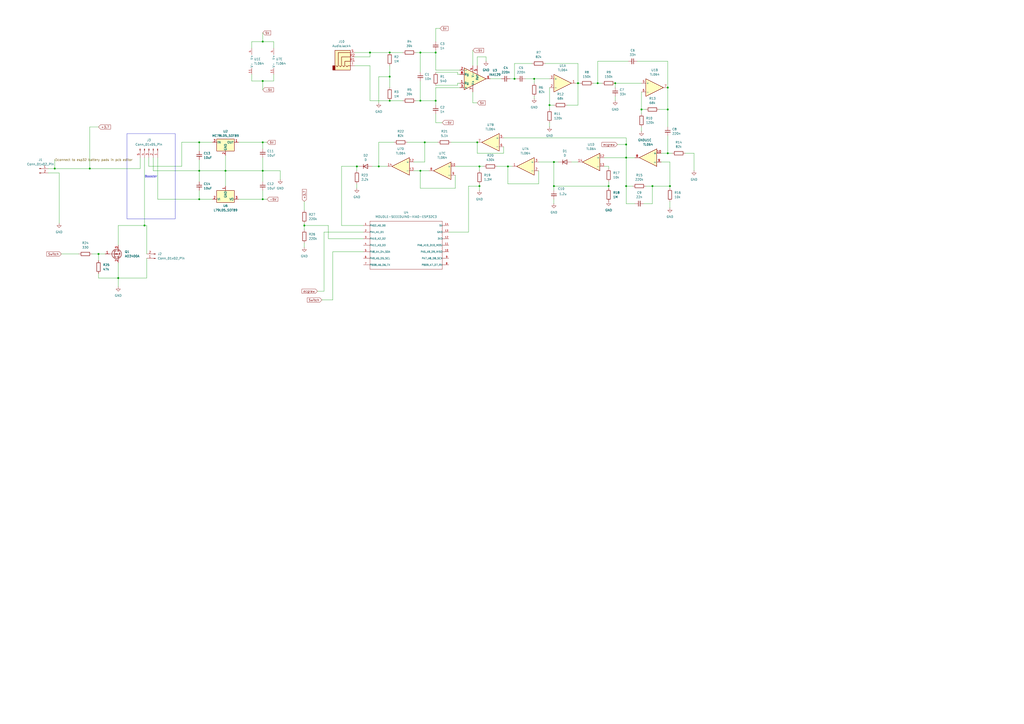
<source format=kicad_sch>
(kicad_sch (version 20231120) (generator "eeschema") (generator_version "8.0")
  (paper "A2")
  (lib_symbols
    (symbol "Amplifier_Instrumentation:INA129" (pin_names (offset 0.127))
      (property "Reference" "U" (at 3.81 3.175 0))
      (property "Value" "INA129" (at 3.81 -3.175 0))
      (symbol "INA129_0_1"
        (polyline (pts (xy 7.62 0) (xy -5.08 6.35) (xy -5.08 -6.35) (xy 7.62 0)) (stroke (width 0.254)) (fill (type background)))
      )
      (symbol "INA129_1_1"
        (pin passive line (at -7.62 2.54 0) (length 2.54) (name "Rg") (number "1"))
        (pin input line (at -7.62 -5.08 0) (length 2.54) (name "-") (number "2"))
        (pin input line (at -7.62 5.08 0) (length 2.54) (name "+") (number "3"))
        (pin power_in line (at 0 -7.62 90) (length 3.81) (name "V-") (number "4"))
        (pin input line (at 2.54 -7.62 90) (length 5.08) (name "Ref") (number "5"))
        (pin output line (at 10.16 0 180) (length 2.54) (name "~") (number "6"))
        (pin power_in line (at 0 7.62 270) (length 3.81) (name "V+") (number "7"))
        (pin passive line (at -7.62 -2.54 0) (length 2.54) (name "Rg") (number "8"))
      )
    )
    (symbol "Amplifier_Operational:TL064" (pin_names (offset 0.127))
      (property "Reference" "U" (at 0 5.08 0))
      (property "Value" "TL064" (at 0 -5.08 0))
      (symbol "TL064_1_1"
        (polyline (pts (xy -5.08 5.08) (xy 5.08 0) (xy -5.08 -5.08) (xy -5.08 5.08)) (stroke (width 0.254)) (fill (type background)))
        (pin output line (at 7.62 0 180) (length 2.54) (name "~") (number "1"))
        (pin input line (at -7.62 -2.54 0) (length 2.54) (name "-") (number "2"))
        (pin input line (at -7.62 2.54 0) (length 2.54) (name "+") (number "3"))
      )
      (symbol "TL064_2_1"
        (polyline (pts (xy -5.08 5.08) (xy 5.08 0) (xy -5.08 -5.08) (xy -5.08 5.08)) (stroke (width 0.254)) (fill (type background)))
        (pin input line (at -7.62 2.54 0) (length 2.54) (name "+") (number "5"))
        (pin input line (at -7.62 -2.54 0) (length 2.54) (name "-") (number "6"))
        (pin output line (at 7.62 0 180) (length 2.54) (name "~") (number "7"))
      )
      (symbol "TL064_3_1"
        (polyline (pts (xy -5.08 5.08) (xy 5.08 0) (xy -5.08 -5.08) (xy -5.08 5.08)) (stroke (width 0.254)) (fill (type background)))
        (pin input line (at -7.62 2.54 0) (length 2.54) (name "+") (number "10"))
        (pin output line (at 7.62 0 180) (length 2.54) (name "~") (number "8"))
        (pin input line (at -7.62 -2.54 0) (length 2.54) (name "-") (number "9"))
      )
      (symbol "TL064_4_1"
        (polyline (pts (xy -5.08 5.08) (xy 5.08 0) (xy -5.08 -5.08) (xy -5.08 5.08)) (stroke (width 0.254)) (fill (type background)))
        (pin input line (at -7.62 2.54 0) (length 2.54) (name "+") (number "12"))
        (pin input line (at -7.62 -2.54 0) (length 2.54) (name "-") (number "13"))
        (pin output line (at 7.62 0 180) (length 2.54) (name "~") (number "14"))
      )
      (symbol "TL064_5_1"
        (pin power_in line (at -2.54 -7.62 90) (length 3.81) (name "V-") (number "11"))
        (pin power_in line (at -2.54 7.62 270) (length 3.81) (name "V+") (number "4"))
      )
    )
    (symbol "Connector:Conn_01x02_Pin" (pin_names (offset 1.016) hide)
      (property "Reference" "J" (at 0 2.54 0))
      (property "Value" "Conn_01x02_Pin" (at 0 -5.08 0))
      (symbol "Conn_01x02_Pin_1_1"
        (polyline (pts (xy 1.27 -2.54) (xy 0.8636 -2.54)) (stroke (width 0.1524)))
        (polyline (pts (xy 1.27 0) (xy 0.8636 0)) (stroke (width 0.1524)))
        (rectangle (start 0.8636 -2.413) (end 0 -2.667) (stroke (width 0.1524)) (fill (type outline)))
        (rectangle (start 0.8636 0.127) (end 0 -0.127) (stroke (width 0.1524)) (fill (type outline)))
        (pin passive line (at 5.08 0 180) (length 3.81) (name "Pin_1") (number "1"))
        (pin passive line (at 5.08 -2.54 180) (length 3.81) (name "Pin_2") (number "2"))
      )
    )
    (symbol "Connector:Conn_01x05_Pin" (pin_names (offset 1.016) hide)
      (property "Reference" "J" (at 0 7.62 0))
      (property "Value" "Conn_01x05_Pin" (at 0 -7.62 0))
      (symbol "Conn_01x05_Pin_1_1"
        (polyline (pts (xy 1.27 -5.08) (xy 0.8636 -5.08)) (stroke (width 0.1524)))
        (polyline (pts (xy 1.27 -2.54) (xy 0.8636 -2.54)) (stroke (width 0.1524)))
        (polyline (pts (xy 1.27 0) (xy 0.8636 0)) (stroke (width 0.1524)))
        (polyline (pts (xy 1.27 2.54) (xy 0.8636 2.54)) (stroke (width 0.1524)))
        (polyline (pts (xy 1.27 5.08) (xy 0.8636 5.08)) (stroke (width 0.1524)))
        (rectangle (start 0.8636 -4.953) (end 0 -5.207) (stroke (width 0.1524)) (fill (type outline)))
        (rectangle (start 0.8636 -2.413) (end 0 -2.667) (stroke (width 0.1524)) (fill (type outline)))
        (rectangle (start 0.8636 0.127) (end 0 -0.127) (stroke (width 0.1524)) (fill (type outline)))
        (rectangle (start 0.8636 2.667) (end 0 2.413) (stroke (width 0.1524)) (fill (type outline)))
        (rectangle (start 0.8636 5.207) (end 0 4.953) (stroke (width 0.1524)) (fill (type outline)))
        (pin passive line (at 5.08 5.08 180) (length 3.81) (name "Pin_1") (number "1"))
        (pin passive line (at 5.08 2.54 180) (length 3.81) (name "Pin_2") (number "2"))
        (pin passive line (at 5.08 0 180) (length 3.81) (name "Pin_3") (number "3"))
        (pin passive line (at 5.08 -2.54 180) (length 3.81) (name "Pin_4") (number "4"))
        (pin passive line (at 5.08 -5.08 180) (length 3.81) (name "Pin_5") (number "5"))
      )
    )
    (symbol "Connector_Audio:AudioJack4"
      (property "Reference" "J" (at 0 8.89 0))
      (property "Value" "AudioJack4" (at 0 6.35 0))
      (symbol "AudioJack4_0_1"
        (rectangle (start -6.35 -5.08) (end -7.62 -7.62) (stroke (width 0.254)) (fill (type outline)))
        (polyline (pts (xy 0 -5.08) (xy 0.635 -5.715) (xy 1.27 -5.08) (xy 2.54 -5.08)) (stroke (width 0.254)))
        (polyline (pts (xy -5.715 -5.08) (xy -5.08 -5.715) (xy -4.445 -5.08) (xy -4.445 2.54) (xy 2.54 2.54)) (stroke (width 0.254)))
        (polyline (pts (xy -1.905 -5.08) (xy -1.27 -5.715) (xy -0.635 -5.08) (xy -0.635 -2.54) (xy 2.54 -2.54)) (stroke (width 0.254)))
        (polyline (pts (xy 2.54 0) (xy -2.54 0) (xy -2.54 -5.08) (xy -3.175 -5.715) (xy -3.81 -5.08)) (stroke (width 0.254)))
        (rectangle (start 2.54 3.81) (end -6.35 -7.62) (stroke (width 0.254)) (fill (type background)))
      )
      (symbol "AudioJack4_1_1"
        (pin passive line (at 5.08 -2.54 180) (length 2.54) (name "~") (number "R1"))
        (pin passive line (at 5.08 0 180) (length 2.54) (name "~") (number "R2"))
        (pin passive line (at 5.08 2.54 180) (length 2.54) (name "~") (number "S"))
        (pin passive line (at 5.08 -5.08 180) (length 2.54) (name "~") (number "T"))
      )
    )
    (symbol "Device:C_Small" (pin_numbers hide) (pin_names (offset 0.254) hide)
      (property "Reference" "C" (at 0.254 1.778 0))
      (property "Value" "C_Small" (at 0.254 -2.032 0))
      (symbol "C_Small_0_1"
        (polyline (pts (xy -1.524 -0.508) (xy 1.524 -0.508)) (stroke (width 0.3302)))
        (polyline (pts (xy -1.524 0.508) (xy 1.524 0.508)) (stroke (width 0.3048)))
      )
      (symbol "C_Small_1_1"
        (pin passive line (at 0 2.54 270) (length 2.032) (name "~") (number "1"))
        (pin passive line (at 0 -2.54 90) (length 2.032) (name "~") (number "2"))
      )
    )
    (symbol "Device:D" (pin_numbers hide) (pin_names (offset 1.016) hide)
      (property "Reference" "D" (at 0 2.54 0))
      (property "Value" "D" (at 0 -2.54 0))
      (symbol "D_0_1"
        (polyline (pts (xy -1.27 1.27) (xy -1.27 -1.27)) (stroke (width 0.254)))
        (polyline (pts (xy 1.27 0) (xy -1.27 0)))
        (polyline (pts (xy 1.27 1.27) (xy 1.27 -1.27) (xy -1.27 0) (xy 1.27 1.27)) (stroke (width 0.254)))
      )
      (symbol "D_1_1"
        (pin passive line (at -3.81 0 0) (length 2.54) (name "K") (number "1"))
        (pin passive line (at 3.81 0 180) (length 2.54) (name "A") (number "2"))
      )
    )
    (symbol "Device:R" (pin_numbers hide) (pin_names (offset 0))
      (property "Reference" "R" (at 2.032 0 90))
      (property "Value" "R" (at 0 0 90))
      (symbol "R_0_1"
        (rectangle (start -1.016 -2.54) (end 1.016 2.54) (stroke (width 0.254)))
      )
      (symbol "R_1_1"
        (pin passive line (at 0 3.81 270) (length 1.27) (name "~") (number "1"))
        (pin passive line (at 0 -3.81 90) (length 1.27) (name "~") (number "2"))
      )
    )
    (symbol "MOUDLE-SEEEDUINO-XIAO-ESP32C3:MOUDLE-SEEEDUINO-XIAO-ESP32C3" (pin_names (offset 1.016))
      (property "Reference" "U" (at -21.59 15.24 0))
      (property "Value" "MOUDLE-SEEEDUINO-XIAO-ESP32C3" (at -21.59 13.97 0))
      (symbol "MOUDLE-SEEEDUINO-XIAO-ESP32C3_0_0"
        (polyline (pts (xy -21.59 -13.97) (xy -21.59 0)) (stroke (width 0.1524)))
        (polyline (pts (xy -21.59 -11.43) (xy -22.86 -11.43)) (stroke (width 0.1524)))
        (polyline (pts (xy -21.59 -7.62) (xy -22.86 -7.62)) (stroke (width 0.1524)))
        (polyline (pts (xy -21.59 -3.81) (xy -22.86 -3.81)) (stroke (width 0.1524)))
        (polyline (pts (xy -21.59 0) (xy -22.86 0)) (stroke (width 0.1524)))
        (polyline (pts (xy -21.59 0) (xy -21.59 3.81)) (stroke (width 0.1524)))
        (polyline (pts (xy -21.59 3.81) (xy -22.86 3.81)) (stroke (width 0.1524)))
        (polyline (pts (xy -21.59 3.81) (xy -21.59 7.62)) (stroke (width 0.1524)))
        (polyline (pts (xy -21.59 7.62) (xy -22.86 7.62)) (stroke (width 0.1524)))
        (polyline (pts (xy -21.59 7.62) (xy -21.59 11.43)) (stroke (width 0.1524)))
        (polyline (pts (xy -21.59 11.43) (xy -22.86 11.43)) (stroke (width 0.1524)))
        (polyline (pts (xy -21.59 11.43) (xy -21.59 13.97)) (stroke (width 0.1524)))
        (polyline (pts (xy -21.59 13.97) (xy 20.32 13.97)) (stroke (width 0.1524)))
        (polyline (pts (xy 20.32 -13.97) (xy -21.59 -13.97)) (stroke (width 0.1524)))
        (polyline (pts (xy 20.32 3.81) (xy 20.32 -13.97)) (stroke (width 0.1524)))
        (polyline (pts (xy 20.32 7.62) (xy 20.32 3.81)) (stroke (width 0.1524)))
        (polyline (pts (xy 20.32 11.43) (xy 20.32 7.62)) (stroke (width 0.1524)))
        (polyline (pts (xy 20.32 13.97) (xy 20.32 11.43)) (stroke (width 0.1524)))
        (polyline (pts (xy 21.59 -11.43) (xy 20.32 -11.43)) (stroke (width 0.1524)))
        (polyline (pts (xy 21.59 -7.62) (xy 20.32 -7.62)) (stroke (width 0.1524)))
        (polyline (pts (xy 21.59 -3.81) (xy 20.32 -3.81)) (stroke (width 0.1524)))
        (polyline (pts (xy 21.59 0) (xy 20.32 0)) (stroke (width 0.1524)))
        (polyline (pts (xy 21.59 3.81) (xy 20.32 3.81)) (stroke (width 0.1524)))
        (polyline (pts (xy 21.59 7.62) (xy 20.32 7.62)) (stroke (width 0.1524)))
        (polyline (pts (xy 21.59 11.43) (xy 20.32 11.43)) (stroke (width 0.1524)))
        (pin bidirectional line (at -25.4 11.43 0) (length 2.54) (name "PA02_A0_D0") (number "1"))
        (pin bidirectional line (at 24.13 -3.81 180) (length 2.54) (name "PA5_A9_D9_MISO") (number "10"))
        (pin bidirectional line (at 24.13 0 180) (length 2.54) (name "PA6_A10_D10_MOSI") (number "11"))
        (pin bidirectional line (at 24.13 3.81 180) (length 2.54) (name "3V3") (number "12"))
        (pin bidirectional line (at 24.13 7.62 180) (length 2.54) (name "GND") (number "13"))
        (pin bidirectional line (at 24.13 11.43 180) (length 2.54) (name "5V") (number "14"))
        (pin bidirectional line (at -25.4 7.62 0) (length 2.54) (name "PA4_A1_D1") (number "2"))
        (pin bidirectional line (at -25.4 3.81 0) (length 2.54) (name "PA10_A2_D2") (number "3"))
        (pin bidirectional line (at -25.4 0 0) (length 2.54) (name "PA11_A3_D3") (number "4"))
        (pin bidirectional line (at -25.4 -3.81 0) (length 2.54) (name "PA8_A4_D4_SDA") (number "5"))
        (pin bidirectional line (at -25.4 -7.62 0) (length 2.54) (name "PA9_A5_D5_SCL") (number "6"))
        (pin bidirectional line (at -25.4 -11.43 0) (length 2.54) (name "PB08_A6_D6_TX") (number "7"))
        (pin bidirectional line (at 24.13 -11.43 180) (length 2.54) (name "PB09_A7_D7_RX") (number "8"))
        (pin bidirectional line (at 24.13 -7.62 180) (length 2.54) (name "PA7_A8_D8_SCK") (number "9"))
      )
    )
    (symbol "Regulator_Linear:L79L05_SOT89" (pin_names (offset 0.254))
      (property "Reference" "U" (at -3.81 -3.175 0))
      (property "Value" "L79L05_SOT89" (at 0 -3.175 0))
      (symbol "L79L05_SOT89_0_1"
        (rectangle (start -5.08 5.08) (end 5.08 -1.905) (stroke (width 0.254)) (fill (type background)))
      )
      (symbol "L79L05_SOT89_1_1"
        (pin power_in line (at 0 7.62 270) (length 2.54) (name "GND") (number "1"))
        (pin power_in line (at -7.62 0 0) (length 2.54) (name "VI") (number "2"))
        (pin power_out line (at 7.62 0 180) (length 2.54) (name "VO") (number "3"))
      )
    )
    (symbol "Regulator_Linear:MC78L05_SOT89" (pin_names (offset 0.254))
      (property "Reference" "U" (at -3.81 3.175 0))
      (property "Value" "MC78L05_SOT89" (at -0.635 3.175 0))
      (symbol "MC78L05_SOT89_0_1"
        (rectangle (start -5.08 1.905) (end 5.08 -5.08) (stroke (width 0.254)) (fill (type background)))
      )
      (symbol "MC78L05_SOT89_1_1"
        (pin power_out line (at 7.62 0 180) (length 2.54) (name "OUT") (number "1"))
        (pin power_in line (at 0 -7.62 90) (length 2.54) (name "GND") (number "2"))
        (pin power_in line (at -7.62 0 0) (length 2.54) (name "IN") (number "3"))
      )
    )
    (symbol "Transistor_FET:AO3400A" (pin_names hide)
      (property "Reference" "Q" (at 5.08 1.905 0))
      (property "Value" "AO3400A" (at 5.08 0 0))
      (symbol "AO3400A_0_1"
        (polyline (pts (xy 0.254 0) (xy -2.54 0)))
        (polyline (pts (xy 0.254 1.905) (xy 0.254 -1.905)) (stroke (width 0.254)))
        (polyline (pts (xy 0.762 -1.27) (xy 0.762 -2.286)) (stroke (width 0.254)))
        (polyline (pts (xy 0.762 0.508) (xy 0.762 -0.508)) (stroke (width 0.254)))
        (polyline (pts (xy 0.762 2.286) (xy 0.762 1.27)) (stroke (width 0.254)))
        (polyline (pts (xy 2.54 2.54) (xy 2.54 1.778)))
        (polyline (pts (xy 2.54 -2.54) (xy 2.54 0) (xy 0.762 0)))
        (polyline (pts (xy 0.762 -1.778) (xy 3.302 -1.778) (xy 3.302 1.778) (xy 0.762 1.778)))
        (polyline (pts (xy 1.016 0) (xy 2.032 0.381) (xy 2.032 -0.381) (xy 1.016 0)) (fill (type outline)))
        (polyline (pts (xy 2.794 0.508) (xy 2.921 0.381) (xy 3.683 0.381) (xy 3.81 0.254)))
        (polyline (pts (xy 3.302 0.381) (xy 2.921 -0.254) (xy 3.683 -0.254) (xy 3.302 0.381)))
        (circle (center 1.651 0) (radius 2.794) (stroke (width 0.254)))
        (circle (center 2.54 -1.778) (radius 0.254) (fill (type outline)))
        (circle (center 2.54 1.778) (radius 0.254) (fill (type outline)))
      )
      (symbol "AO3400A_1_1"
        (pin input line (at -5.08 0 0) (length 2.54) (name "G") (number "1"))
        (pin passive line (at 2.54 -5.08 90) (length 2.54) (name "S") (number "2"))
        (pin passive line (at 2.54 5.08 270) (length 2.54) (name "D") (number "3"))
      )
    )
    (symbol "power:GND" (power) (pin_numbers hide) (pin_names (offset 0) hide)
      (property "Value" "GND" (at 0 -3.81 0))
      (symbol "GND_0_1"
        (polyline (pts (xy 0 0) (xy 0 -1.27) (xy 1.27 -1.27) (xy 0 -2.54) (xy -1.27 -1.27) (xy 0 -1.27)))
      )
      (symbol "GND_1_1"
        (pin power_in line (at 0 0 270) (length 0) (name "~") (number "1"))
      )
    )
  )
  (junction (at 246.38 82.55))
  (junction (at 252.73 58.42))
  (junction (at 321.31 107.95))
  (junction (at 387.35 50.8))
  (junction (at 321.31 93.98))
  (junction (at 115.57 82.55))
  (junction (at 294.64 96.52))
  (junction (at 363.22 107.95))
  (junction (at 214.63 30.48))
  (junction (at 388.62 107.95))
  (junction (at 378.46 107.95))
  (junction (at 387.35 88.9))
  (junction (at 52.07 97.79))
  (junction (at 298.45 45.72))
  (junction (at 226.06 44.45))
  (junction (at 318.77 60.96))
  (junction (at 243.84 30.48))
  (junction (at 346.71 48.26))
  (junction (at 335.28 48.26))
  (junction (at 363.22 91.44))
  (junction (at 243.84 99.06))
  (junction (at 219.71 96.52))
  (junction (at 252.73 30.48))
  (junction (at 276.86 82.55))
  (junction (at 68.58 161.29))
  (junction (at 152.4 46.99))
  (junction (at 226.06 30.48))
  (junction (at 387.35 63.5))
  (junction (at 83.82 130.81))
  (junction (at 152.4 24.13))
  (junction (at 309.88 45.72))
  (junction (at 278.13 96.52))
  (junction (at 226.06 58.42))
  (junction (at 130.81 99.06))
  (junction (at 356.87 48.26))
  (junction (at 31.75 97.79))
  (junction (at 57.15 147.32))
  (junction (at 152.4 115.57))
  (junction (at 115.57 115.57))
  (junction (at 353.06 107.95))
  (junction (at 278.13 107.95))
  (junction (at 363.22 83.82))
  (junction (at 207.01 96.52))
  (junction (at 115.57 99.06))
  (junction (at 152.4 99.06))
  (junction (at 243.84 58.42))
  (junction (at 152.4 82.55))
  (junction (at 372.11 63.5))
  (junction (at 176.53 130.81))
  (wire (pts (xy 243.84 58.42) (xy 252.73 58.42)))
  (wire (pts (xy 226.06 58.42) (xy 233.68 58.42)))
  (wire (pts (xy 83.82 130.81) (xy 83.82 91.44)))
  (wire (pts (xy 264.16 101.6) (xy 264.16 109.22)))
  (wire (pts (xy 176.53 140.97) (xy 176.53 143.51)))
  (wire (pts (xy 152.4 99.06) (xy 162.56 99.06)))
  (wire (pts (xy 236.22 82.55) (xy 246.38 82.55)))
  (wire (pts (xy 198.12 96.52) (xy 198.12 130.81)))
  (wire (pts (xy 374.65 107.95) (xy 378.46 107.95)))
  (wire (pts (xy 252.73 16.51) (xy 252.73 24.13)))
  (wire (pts (xy 383.54 93.98) (xy 388.62 93.98)))
  (wire (pts (xy 152.4 115.57) (xy 154.94 115.57)))
  (wire (pts (xy 397.51 88.9) (xy 402.59 88.9)))
  (wire (pts (xy 252.73 58.42) (xy 252.73 50.8)))
  (wire (pts (xy 243.84 99.06) (xy 248.92 99.06)))
  (wire (pts (xy 353.06 96.52) (xy 353.06 97.79)))
  (wire (pts (xy 387.35 63.5) (xy 387.35 73.66)))
  (wire (pts (xy 115.57 99.06) (xy 130.81 99.06)))
  (wire (pts (xy 31.75 92.71) (xy 31.75 97.79)))
  (wire (pts (xy 252.73 30.48) (xy 252.73 29.21)))
  (wire (pts (xy 68.58 161.29) (xy 85.09 161.29)))
  (wire (pts (xy 226.06 44.45) (xy 226.06 50.8)))
  (wire (pts (xy 187.96 134.62) (xy 187.96 168.91)))
  (wire (pts (xy 81.28 97.79) (xy 81.28 91.44)))
  (wire (pts (xy 152.4 82.55) (xy 152.4 86.36)))
  (wire (pts (xy 158.75 27.94) (xy 158.75 24.13)))
  (wire (pts (xy 309.88 45.72) (xy 318.77 45.72)))
  (wire (pts (xy 372.11 63.5) (xy 372.11 66.04)))
  (wire (pts (xy 130.81 90.17) (xy 130.81 99.06)))
  (wire (pts (xy 27.94 100.33) (xy 34.29 100.33)))
  (wire (pts (xy 264.16 96.52) (xy 278.13 96.52)))
  (wire (pts (xy 388.62 93.98) (xy 388.62 107.95)))
  (wire (pts (xy 346.71 35.56) (xy 364.49 35.56)))
  (wire (pts (xy 363.22 83.82) (xy 363.22 80.01)))
  (wire (pts (xy 328.93 60.96) (xy 335.28 60.96)))
  (wire (pts (xy 372.11 63.5) (xy 374.65 63.5)))
  (wire (pts (xy 115.57 115.57) (xy 123.19 115.57)))
  (wire (pts (xy 278.13 96.52) (xy 278.13 99.06)))
  (wire (pts (xy 214.63 38.1) (xy 214.63 58.42)))
  (wire (pts (xy 198.12 130.81) (xy 210.82 130.81)))
  (wire (pts (xy 331.47 93.98) (xy 335.28 93.98)))
  (wire (pts (xy 152.4 24.13) (xy 158.75 24.13)))
  (wire (pts (xy 276.86 88.9) (xy 276.86 82.55)))
  (wire (pts (xy 312.42 106.68) (xy 294.64 106.68)))
  (wire (pts (xy 130.81 99.06) (xy 130.81 107.95)))
  (wire (pts (xy 387.35 35.56) (xy 387.35 50.8)))
  (wire (pts (xy 363.22 80.01) (xy 292.1 80.01)))
  (wire (pts (xy 105.41 96.52) (xy 105.41 82.55)))
  (wire (pts (xy 295.91 45.72) (xy 298.45 45.72)))
  (wire (pts (xy 276.86 38.1) (xy 276.86 33.02)))
  (wire (pts (xy 68.58 130.81) (xy 83.82 130.81)))
  (wire (pts (xy 240.03 99.06) (xy 243.84 99.06)))
  (wire (pts (xy 152.4 91.44) (xy 152.4 99.06)))
  (wire (pts (xy 304.8 45.72) (xy 309.88 45.72)))
  (wire (pts (xy 372.11 53.34) (xy 372.11 63.5)))
  (wire (pts (xy 312.42 93.98) (xy 321.31 93.98)))
  (wire (pts (xy 363.22 91.44) (xy 363.22 107.95)))
  (wire (pts (xy 252.73 16.51) (xy 255.27 16.51)))
  (wire (pts (xy 115.57 92.71) (xy 115.57 99.06)))
  (wire (pts (xy 146.05 43.18) (xy 146.05 46.99)))
  (wire (pts (xy 146.05 24.13) (xy 152.4 24.13)))
  (wire (pts (xy 321.31 107.95) (xy 353.06 107.95)))
  (wire (pts (xy 363.22 91.44) (xy 363.22 83.82)))
  (wire (pts (xy 68.58 152.4) (xy 68.58 161.29)))
  (wire (pts (xy 193.04 146.05) (xy 210.82 146.05)))
  (wire (pts (xy 252.73 66.04) (xy 252.73 71.12)))
  (wire (pts (xy 356.87 48.26) (xy 372.11 48.26)))
  (wire (pts (xy 344.17 48.26) (xy 346.71 48.26)))
  (wire (pts (xy 294.64 106.68) (xy 294.64 96.52)))
  (wire (pts (xy 226.06 30.48) (xy 233.68 30.48)))
  (wire (pts (xy 312.42 99.06) (xy 312.42 106.68)))
  (wire (pts (xy 205.74 33.02) (xy 214.63 33.02)))
  (wire (pts (xy 276.86 33.02) (xy 281.94 33.02)))
  (wire (pts (xy 68.58 161.29) (xy 68.58 166.37)))
  (wire (pts (xy 176.53 129.54) (xy 176.53 130.81)))
  (wire (pts (xy 138.43 82.55) (xy 152.4 82.55)))
  (wire (pts (xy 368.3 91.44) (xy 363.22 91.44)))
  (wire (pts (xy 57.15 161.29) (xy 68.58 161.29)))
  (wire (pts (xy 321.31 93.98) (xy 321.31 107.95)))
  (wire (pts (xy 378.46 107.95) (xy 388.62 107.95)))
  (wire (pts (xy 57.15 147.32) (xy 57.15 151.13)))
  (wire (pts (xy 335.28 36.83) (xy 335.28 48.26)))
  (wire (pts (xy 207.01 96.52) (xy 207.01 99.06)))
  (wire (pts (xy 243.84 30.48) (xy 252.73 30.48)))
  (wire (pts (xy 346.71 48.26) (xy 349.25 48.26)))
  (wire (pts (xy 205.74 38.1) (xy 214.63 38.1)))
  (wire (pts (xy 261.62 82.55) (xy 276.86 82.55)))
  (wire (pts (xy 152.4 99.06) (xy 152.4 105.41)))
  (wire (pts (xy 353.06 107.95) (xy 353.06 109.22)))
  (wire (pts (xy 292.1 88.9) (xy 276.86 88.9)))
  (wire (pts (xy 85.09 147.32) (xy 85.09 130.81)))
  (wire (pts (xy 318.77 71.12) (xy 318.77 73.66)))
  (wire (pts (xy 243.84 58.42) (xy 241.3 58.42)))
  (wire (pts (xy 318.77 50.8) (xy 318.77 60.96)))
  (wire (pts (xy 316.23 36.83) (xy 335.28 36.83)))
  (wire (pts (xy 334.01 48.26) (xy 335.28 48.26)))
  (wire (pts (xy 243.84 46.99) (xy 243.84 58.42)))
  (wire (pts (xy 363.22 118.11) (xy 368.3 118.11)))
  (wire (pts (xy 210.82 134.62) (xy 187.96 134.62)))
  (wire (pts (xy 378.46 107.95) (xy 378.46 118.11)))
  (wire (pts (xy 176.53 130.81) (xy 176.53 133.35)))
  (wire (pts (xy 85.09 149.86) (xy 85.09 161.29)))
  (wire (pts (xy 294.64 96.52) (xy 297.18 96.52)))
  (wire (pts (xy 31.75 97.79) (xy 52.07 97.79)))
  (wire (pts (xy 402.59 88.9) (xy 402.59 99.06)))
  (wire (pts (xy 52.07 73.66) (xy 57.15 73.66)))
  (wire (pts (xy 186.69 173.99) (xy 193.04 173.99)))
  (wire (pts (xy 278.13 107.95) (xy 278.13 110.49)))
  (wire (pts (xy 207.01 106.68) (xy 207.01 109.22)))
  (wire (pts (xy 369.57 35.56) (xy 387.35 35.56)))
  (wire (pts (xy 271.78 107.95) (xy 271.78 134.62)))
  (wire (pts (xy 52.07 97.79) (xy 81.28 97.79)))
  (wire (pts (xy 387.35 88.9) (xy 389.89 88.9)))
  (wire (pts (xy 274.32 59.69) (xy 274.32 53.34)))
  (wire (pts (xy 214.63 58.42) (xy 226.06 58.42)))
  (wire (pts (xy 34.29 100.33) (xy 34.29 129.54)))
  (wire (pts (xy 88.9 91.44) (xy 88.9 99.06)))
  (wire (pts (xy 388.62 116.84) (xy 388.62 120.65)))
  (wire (pts (xy 91.44 91.44) (xy 91.44 115.57)))
  (wire (pts (xy 214.63 30.48) (xy 226.06 30.48)))
  (wire (pts (xy 358.14 83.82) (xy 363.22 83.82)))
  (wire (pts (xy 382.27 63.5) (xy 387.35 63.5)))
  (wire (pts (xy 252.73 41.91) (xy 265.43 41.91)))
  (wire (pts (xy 152.4 82.55) (xy 154.94 82.55)))
  (wire (pts (xy 252.73 71.12) (xy 256.54 71.12)))
  (wire (pts (xy 190.5 130.81) (xy 176.53 130.81)))
  (wire (pts (xy 219.71 96.52) (xy 224.79 96.52)))
  (wire (pts (xy 321.31 107.95) (xy 321.31 110.49)))
  (wire (pts (xy 115.57 110.49) (xy 115.57 115.57)))
  (wire (pts (xy 335.28 48.26) (xy 336.55 48.26)))
  (wire (pts (xy 353.06 105.41) (xy 353.06 107.95)))
  (wire (pts (xy 228.6 82.55) (xy 219.71 82.55)))
  (wire (pts (xy 321.31 115.57) (xy 321.31 118.11)))
  (wire (pts (xy 252.73 58.42) (xy 252.73 60.96)))
  (wire (pts (xy 214.63 33.02) (xy 214.63 30.48)))
  (wire (pts (xy 243.84 30.48) (xy 241.3 30.48)))
  (wire (pts (xy 146.05 46.99) (xy 152.4 46.99)))
  (wire (pts (xy 35.56 147.32) (xy 45.72 147.32)))
  (wire (pts (xy 350.52 91.44) (xy 363.22 91.44)))
  (wire (pts (xy 260.35 134.62) (xy 271.78 134.62)))
  (wire (pts (xy 207.01 96.52) (xy 208.28 96.52)))
  (wire (pts (xy 356.87 48.26) (xy 356.87 50.8)))
  (wire (pts (xy 57.15 147.32) (xy 60.96 147.32)))
  (wire (pts (xy 252.73 50.8) (xy 266.7 50.8)))
  (wire (pts (xy 298.45 45.72) (xy 298.45 36.83)))
  (wire (pts (xy 115.57 82.55) (xy 123.19 82.55)))
  (wire (pts (xy 309.88 48.26) (xy 309.88 45.72)))
  (wire (pts (xy 363.22 107.95) (xy 363.22 118.11)))
  (wire (pts (xy 271.78 107.95) (xy 278.13 107.95)))
  (wire (pts (xy 246.38 93.98) (xy 246.38 82.55)))
  (wire (pts (xy 27.94 97.79) (xy 31.75 97.79)))
  (wire (pts (xy 318.77 60.96) (xy 318.77 63.5)))
  (wire (pts (xy 309.88 55.88) (xy 309.88 57.15)))
  (wire (pts (xy 265.43 49.53) (xy 265.43 48.26)))
  (wire (pts (xy 68.58 130.81) (xy 68.58 142.24)))
  (wire (pts (xy 152.4 46.99) (xy 152.4 52.07)))
  (wire (pts (xy 383.54 88.9) (xy 387.35 88.9)))
  (wire (pts (xy 246.38 82.55) (xy 254 82.55)))
  (wire (pts (xy 86.36 96.52) (xy 105.41 96.52)))
  (wire (pts (xy 83.82 130.81) (xy 85.09 130.81)))
  (wire (pts (xy 57.15 158.75) (xy 57.15 161.29)))
  (wire (pts (xy 152.4 46.99) (xy 158.75 46.99)))
  (wire (pts (xy 367.03 107.95) (xy 363.22 107.95)))
  (wire (pts (xy 219.71 59.69) (xy 219.71 44.45)))
  (wire (pts (xy 278.13 96.52) (xy 280.67 96.52)))
  (wire (pts (xy 152.4 19.05) (xy 152.4 24.13)))
  (wire (pts (xy 265.43 43.18) (xy 266.7 43.18)))
  (wire (pts (xy 53.34 147.32) (xy 57.15 147.32)))
  (wire (pts (xy 298.45 45.72) (xy 299.72 45.72)))
  (wire (pts (xy 387.35 50.8) (xy 387.35 63.5)))
  (wire (pts (xy 219.71 82.55) (xy 219.71 96.52)))
  (wire (pts (xy 265.43 41.91) (xy 265.43 43.18)))
  (wire (pts (xy 176.53 116.84) (xy 176.53 121.92)))
  (wire (pts (xy 372.11 73.66) (xy 372.11 76.2)))
  (wire (pts (xy 130.81 99.06) (xy 152.4 99.06)))
  (wire (pts (xy 265.43 48.26) (xy 266.7 48.26)))
  (wire (pts (xy 205.74 30.48) (xy 214.63 30.48)))
  (wire (pts (xy 152.4 110.49) (xy 152.4 115.57)))
  (wire (pts (xy 86.36 91.44) (xy 86.36 96.52)))
  (wire (pts (xy 350.52 96.52) (xy 353.06 96.52)))
  (wire (pts (xy 146.05 24.13) (xy 146.05 27.94)))
  (wire (pts (xy 138.43 115.57) (xy 152.4 115.57)))
  (wire (pts (xy 243.84 41.91) (xy 243.84 30.48)))
  (wire (pts (xy 346.71 48.26) (xy 346.71 35.56)))
  (wire (pts (xy 243.84 109.22) (xy 243.84 99.06)))
  (wire (pts (xy 158.75 43.18) (xy 158.75 46.99)))
  (wire (pts (xy 288.29 96.52) (xy 294.64 96.52)))
  (wire (pts (xy 298.45 36.83) (xy 308.61 36.83)))
  (wire (pts (xy 240.03 93.98) (xy 246.38 93.98)))
  (wire (pts (xy 207.01 96.52) (xy 198.12 96.52)))
  (wire (pts (xy 252.73 30.48) (xy 252.73 40.64)))
  (wire (pts (xy 105.41 82.55) (xy 115.57 82.55)))
  (wire (pts (xy 276.86 59.69) (xy 274.32 59.69)))
  (wire (pts (xy 387.35 78.74) (xy 387.35 88.9)))
  (wire (pts (xy 274.32 29.21) (xy 274.32 38.1)))
  (wire (pts (xy 184.15 168.91) (xy 187.96 168.91)))
  (wire (pts (xy 356.87 55.88) (xy 356.87 58.42)))
  (wire (pts (xy 88.9 99.06) (xy 115.57 99.06)))
  (wire (pts (xy 373.38 118.11) (xy 378.46 118.11)))
  (wire (pts (xy 278.13 106.68) (xy 278.13 107.95)))
  (wire (pts (xy 219.71 44.45) (xy 226.06 44.45)))
  (wire (pts (xy 52.07 73.66) (xy 52.07 97.79)))
  (wire (pts (xy 281.94 33.02) (xy 281.94 35.56)))
  (wire (pts (xy 318.77 60.96) (xy 321.31 60.96)))
  (wire (pts (xy 115.57 82.55) (xy 115.57 87.63)))
  (wire (pts (xy 210.82 138.43) (xy 190.5 138.43)))
  (wire (pts (xy 226.06 38.1) (xy 226.06 44.45)))
  (wire (pts (xy 292.1 85.09) (xy 292.1 88.9)))
  (wire (pts (xy 284.48 45.72) (xy 290.83 45.72)))
  (wire (pts (xy 115.57 99.06) (xy 115.57 105.41)))
  (wire (pts (xy 193.04 173.99) (xy 193.04 146.05)))
  (wire (pts (xy 321.31 93.98) (xy 323.85 93.98)))
  (wire (pts (xy 252.73 49.53) (xy 265.43 49.53)))
  (wire (pts (xy 162.56 99.06) (xy 162.56 104.14)))
  (wire (pts (xy 388.62 107.95) (xy 388.62 109.22)))
  (wire (pts (xy 190.5 138.43) (xy 190.5 130.81)))
  (wire (pts (xy 335.28 48.26) (xy 335.28 60.96)))
  (wire (pts (xy 252.73 40.64) (xy 266.7 40.64)))
  (wire (pts (xy 264.16 109.22) (xy 243.84 109.22)))
  (wire (pts (xy 91.44 115.57) (xy 115.57 115.57)))
  (wire (pts (xy 215.9 96.52) (xy 219.71 96.52)))
  (text_box "Booster" (at 73.66 77.47 0) (size 27.94 49.53) (effects (font (size 1.27 1.27))))
  (global_label "-5V" (shape input) (at 152.4 52.07 0) (property "Intersheetrefs" "${INTERSHEET_REFS}" (effects (hide yes))))
  (global_label "-5V" (shape input) (at 256.54 71.12 0) (property "Intersheetrefs" "${INTERSHEET_REFS}" (effects (hide yes))))
  (global_label "5V" (shape input) (at 154.94 82.55 0) (property "Intersheetrefs" "${INTERSHEET_REFS}" (effects (hide yes))))
  (global_label "ecgraw" (shape input) (at 184.15 168.91 180) (property "Intersheetrefs" "${INTERSHEET_REFS}" (effects (hide yes))))
  (global_label "Switch" (shape input) (at 186.69 173.99 180) (property "Intersheetrefs" "${INTERSHEET_REFS}" (effects (hide yes))))
  (global_label "+3.7" (shape input) (at 57.15 73.66 0) (property "Intersheetrefs" "${INTERSHEET_REFS}" (effects (hide yes))))
  (global_label "5V" (shape input) (at 276.86 59.69 0) (property "Intersheetrefs" "${INTERSHEET_REFS}" (effects (hide yes))))
  (global_label "5V" (shape input) (at 255.27 16.51 0) (property "Intersheetrefs" "${INTERSHEET_REFS}" (effects (hide yes))))
  (global_label "Switch" (shape input) (at 35.56 147.32 180) (property "Intersheetrefs" "${INTERSHEET_REFS}" (effects (hide yes))))
  (global_label "5V" (shape input) (at 152.4 19.05 0) (property "Intersheetrefs" "${INTERSHEET_REFS}" (effects (hide yes))))
  (global_label "+3.7" (shape input) (at 176.53 116.84 90) (property "Intersheetrefs" "${INTERSHEET_REFS}" (effects (hide yes))))
  (global_label "-5V" (shape input) (at 154.94 115.57 0) (property "Intersheetrefs" "${INTERSHEET_REFS}" (effects (hide yes))))
  (global_label "-5V" (shape input) (at 274.32 29.21 0) (property "Intersheetrefs" "${INTERSHEET_REFS}" (effects (hide yes))))
  (global_label "ecgraw" (shape input) (at 358.14 83.82 180) (property "Intersheetrefs" "${INTERSHEET_REFS}" (effects (hide yes))))
  (hierarchical_label "connect to esp32 battery pads in pcb editor" (shape input) (at 31.75 92.71 0))
  (symbol (lib_id "Device:C_Small") (at 367.03 35.56 270) (unit 1)
    (property "Reference" "C6" (at 367.0236 29.21 90))
    (property "Value" "33n" (at 367.0236 31.75 90))
    (property "Footprint" "Capacitor_SMD:C_0805_2012Metric" (effects (hide yes)))
    (property "Description" "Unpolarized capacitor, small symbol" (effects (hide yes)))
  )
  (symbol (lib_id "Device:C_Small") (at 152.4 107.95 0) (unit 1)
    (property "Reference" "C12" (at 154.94 106.6862 0) (effects (justify left)))
    (property "Value" "10uF" (at 154.94 109.2262 0) (effects (justify left)))
    (property "Footprint" "Capacitor_SMD:C_0805_2012Metric" (effects (hide yes)))
    (property "Description" "Unpolarized capacitor, small symbol" (effects (hide yes)))
  )
  (symbol (lib_id "Device:C_Small") (at 115.57 107.95 0) (unit 1)
    (property "Reference" "C14" (at 118.11 106.6862 0) (effects (justify left)))
    (property "Value" "10uF" (at 118.11 109.2262 0) (effects (justify left)))
    (property "Footprint" "Capacitor_SMD:C_0805_2012Metric" (effects (hide yes)))
    (property "Description" "Unpolarized capacitor, small symbol" (effects (hide yes)))
  )
  (symbol (lib_id "Amplifier_Operational:TL064") (at 326.39 48.26 0) (unit 1)
    (property "Reference" "U1" (at 326.39 38.1 0))
    (property "Value" "TL064" (at 326.39 40.64 0))
    (property "Footprint" "Package_SO:SOIC-14_3.9x8.7mm_P1.27mm" (effects (hide yes)))
    (property "Datasheet" "http://www.ti.com/lit/ds/symlink/tl061.pdf" (effects (hide yes)))
    (property "Description" "Quad Low-Power JFET-Input Operational Amplifiers, DIP-14/SOIC-14/SSOP-14" (effects (hide yes)))
  )
  (symbol (lib_id "Amplifier_Instrumentation:INA129") (at 274.32 45.72 0) (mirror x) (unit 1)
    (property "Reference" "U3" (at 287.02 40.7668 0))
    (property "Value" "INA129" (at 287.02 43.3068 0))
    (property "Footprint" "Package_DIP:DIP-8_W7.62mm" (effects (hide yes)))
    (property "Datasheet" "http://www.ti.com/lit/ds/symlink/ina128.pdf" (effects (hide yes)))
    (property "Description" "Precision, Low Power Instrumentation Amplifier G = 1 + 49.4kOhm/Rg, DIP-8/SOIC-8" (effects (hide yes)))
  )
  (symbol (lib_id "Transistor_FET:AO3400A") (at 66.04 147.32 0) (unit 1)
    (property "Reference" "Q1" (at 72.39 146.0499 0) (effects (justify left)))
    (property "Value" "AO3400A" (at 72.39 148.5899 0) (effects (justify left)))
    (property "Footprint" "Package_TO_SOT_SMD:SOT-23" (effects (hide yes)))
    (property "Datasheet" "http://www.aosmd.com/pdfs/datasheet/AO3400A.pdf" (effects (hide yes)))
    (property "Description" "30V Vds, 5.7A Id, N-Channel MOSFET, SOT-23" (effects (hide yes)))
  )
  (symbol (lib_id "Device:R") (at 388.62 113.03 180) (unit 1)
    (property "Reference" "R16" (at 391.16 111.7599 0) (effects (justify right)))
    (property "Value" "10k" (at 391.16 114.2999 0) (effects (justify right)))
    (property "Footprint" "Resistor_SMD:R_0805_2012Metric" (effects (hide yes)))
    (property "Description" "Resistor" (effects (hide yes)))
  )
  (symbol (lib_id "Device:C_Small") (at 243.84 44.45 0) (unit 1)
    (property "Reference" "C1" (at 246.38 43.1862 0) (effects (justify left)))
    (property "Value" "10n" (at 246.38 45.7262 0) (effects (justify left)))
    (property "Footprint" "Capacitor_SMD:C_0805_2012Metric" (effects (hide yes)))
    (property "Description" "Unpolarized capacitor, small symbol" (effects (hide yes)))
  )
  (symbol (lib_id "Device:R") (at 340.36 48.26 90) (unit 1)
    (property "Reference" "R8" (at 340.36 41.91 90))
    (property "Value" "150k" (at 340.36 44.45 90))
    (property "Footprint" "Resistor_SMD:R_0805_2012Metric" (effects (hide yes)))
    (property "Description" "Resistor" (effects (hide yes)))
  )
  (symbol (lib_id "Device:C_Small") (at 115.57 90.17 0) (unit 1)
    (property "Reference" "C13" (at 118.11 88.9062 0) (effects (justify left)))
    (property "Value" "10uF" (at 118.11 91.4462 0) (effects (justify left)))
    (property "Footprint" "Capacitor_SMD:C_0805_2012Metric" (effects (hide yes)))
    (property "Description" "Unpolarized capacitor, small symbol" (effects (hide yes)))
  )
  (symbol (lib_id "Device:R") (at 372.11 69.85 0) (unit 1)
    (property "Reference" "R10" (at 374.65 68.5799 0) (effects (justify left)))
    (property "Value" "120k" (at 374.65 71.1199 0) (effects (justify left)))
    (property "Footprint" "Resistor_SMD:R_0805_2012Metric" (effects (hide yes)))
    (property "Description" "Resistor" (effects (hide yes)))
  )
  (symbol (lib_id "Device:R") (at 370.84 107.95 90) (unit 1)
    (property "Reference" "R15" (at 370.84 101.6 90))
    (property "Value" "220k" (at 370.84 104.14 90))
    (property "Footprint" "Resistor_SMD:R_0805_2012Metric" (effects (hide yes)))
    (property "Description" "Resistor" (effects (hide yes)))
  )
  (symbol (lib_id "MOUDLE-SEEEDUINO-XIAO-ESP32C3:MOUDLE-SEEEDUINO-XIAO-ESP32C3") (at 236.22 142.24 0) (unit 1)
    (property "Reference" "U4" (at 235.585 123.19 0))
    (property "Value" "MOUDLE-SEEEDUINO-XIAO-ESP32C3" (at 235.585 125.73 0))
    (property "Footprint" "RF_Module:MCU_Seeed_ESP32C3" (effects (hide yes)))
  )
  (symbol (lib_id "Connector:Conn_01x02_Pin") (at 90.17 149.86 180) (unit 1)
    (property "Reference" "J2" (at 91.44 147.3199 0) (effects (justify right)))
    (property "Value" "Conn_01x02_Pin" (at 91.44 149.8599 0) (effects (justify right)))
    (property "Footprint" "Connector_PinHeader_2.54mm:PinHeader_1x02_P2.54mm_Vertical" (effects (hide yes)))
    (property "Description" "Generic connector, single row, 01x02, script generated" (effects (hide yes)))
  )
  (symbol (lib_id "power:GND") (at 176.53 143.51 0) (unit 1)
    (property "Reference" "#PWR05" (effects (hide yes)))
    (property "Value" "GND" (at 176.53 148.59 0))
    (property "Description" "Power symbol creates a global label with name \"GND\" , ground" (effects (hide yes)))
  )
  (symbol (lib_id "Amplifier_Operational:TL064") (at 232.41 96.52 0) (mirror y) (unit 4)
    (property "Reference" "U7" (at 232.41 86.36 0))
    (property "Value" "TL064" (at 232.41 88.9 0))
    (property "Footprint" "Package_SO:SOIC-14_3.9x8.7mm_P1.27mm" (effects (hide yes)))
    (property "Datasheet" "http://www.ti.com/lit/ds/symlink/tl061.pdf" (effects (hide yes)))
    (property "Description" "Quad Low-Power JFET-Input Operational Amplifiers, DIP-14/SOIC-14/SSOP-14" (effects (hide yes)))
  )
  (symbol (lib_id "Device:R") (at 237.49 30.48 270) (unit 1)
    (property "Reference" "R4" (at 237.49 24.13 90))
    (property "Value" "39k" (at 237.49 26.67 90))
    (property "Footprint" "Resistor_SMD:R_0805_2012Metric" (effects (hide yes)))
    (property "Description" "Resistor" (effects (hide yes)))
  )
  (symbol (lib_id "power:GND") (at 353.06 116.84 0) (unit 1)
    (property "Reference" "#PWR013" (effects (hide yes)))
    (property "Value" "GND" (at 353.06 121.92 0))
    (property "Description" "Power symbol creates a global label with name \"GND\" , ground" (effects (hide yes)))
  )
  (symbol (lib_id "Amplifier_Operational:TL064") (at 143.51 35.56 0) (mirror y) (unit 5)
    (property "Reference" "U1" (at 147.32 34.2899 0) (effects (justify right)))
    (property "Value" "TL064" (at 147.32 36.8299 0) (effects (justify right)))
    (property "Footprint" "Package_SO:SOIC-14_3.9x8.7mm_P1.27mm" (effects (hide yes)))
    (property "Datasheet" "http://www.ti.com/lit/ds/symlink/tl061.pdf" (effects (hide yes)))
    (property "Description" "Quad Low-Power JFET-Input Operational Amplifiers, DIP-14/SOIC-14/SSOP-14" (effects (hide yes)))
  )
  (symbol (lib_id "power:GND") (at 34.29 129.54 0) (unit 1)
    (property "Reference" "#PWR021" (effects (hide yes)))
    (property "Value" "GND" (at 34.29 134.62 0))
    (property "Description" "Power symbol creates a global label with name \"GND\" , ground" (effects (hide yes)))
  )
  (symbol (lib_id "power:GND") (at 162.56 104.14 0) (unit 1)
    (property "Reference" "#PWR022" (effects (hide yes)))
    (property "Value" "GND" (at 162.56 109.22 0))
    (property "Description" "Power symbol creates a global label with name \"GND\" , ground" (effects (hide yes)))
  )
  (symbol (lib_id "power:GND") (at 318.77 73.66 0) (unit 1)
    (property "Reference" "#PWR08" (effects (hide yes)))
    (property "Value" "GND" (at 318.77 78.74 0))
    (property "Description" "Power symbol creates a global label with name \"GND\" , ground" (effects (hide yes)))
  )
  (symbol (lib_id "Device:R") (at 232.41 82.55 90) (unit 1)
    (property "Reference" "R22" (at 232.41 76.2 90))
    (property "Value" "82k" (at 232.41 78.74 90))
    (property "Footprint" "Resistor_SMD:R_0805_2012Metric" (effects (hide yes)))
    (property "Description" "Resistor" (effects (hide yes)))
  )
  (symbol (lib_id "Device:R") (at 237.49 58.42 90) (unit 1)
    (property "Reference" "R5" (at 237.49 52.07 90))
    (property "Value" "39k" (at 237.49 54.61 90))
    (property "Footprint" "Resistor_SMD:R_0805_2012Metric" (effects (hide yes)))
    (property "Description" "Resistor" (effects (hide yes)))
  )
  (symbol (lib_id "Device:R") (at 57.15 154.94 0) (unit 1)
    (property "Reference" "R25" (at 59.69 153.6699 0) (effects (justify left)))
    (property "Value" "47k" (at 59.69 156.2099 0) (effects (justify left)))
    (property "Footprint" "Resistor_SMD:R_0805_2012Metric" (effects (hide yes)))
    (property "Description" "Resistor" (effects (hide yes)))
  )
  (symbol (lib_id "Device:C_Small") (at 370.84 118.11 90) (unit 1)
    (property "Reference" "C9" (at 370.8463 111.76 90))
    (property "Value" "22n" (at 370.8463 114.3 90))
    (property "Footprint" "Capacitor_SMD:C_0805_2012Metric" (effects (hide yes)))
    (property "Description" "Unpolarized capacitor, small symbol" (effects (hide yes)))
  )
  (symbol (lib_id "Device:R") (at 309.88 52.07 0) (unit 1)
    (property "Reference" "R6" (at 312.42 50.7999 0) (effects (justify left)))
    (property "Value" "82k" (at 312.42 53.3399 0) (effects (justify left)))
    (property "Footprint" "Resistor_SMD:R_0805_2012Metric" (effects (hide yes)))
    (property "Description" "Resistor" (effects (hide yes)))
  )
  (symbol (lib_id "power:GND") (at 321.31 118.11 0) (unit 1)
    (property "Reference" "#PWR014" (effects (hide yes)))
    (property "Value" "GND" (at 321.31 123.19 0))
    (property "Description" "Power symbol creates a global label with name \"GND\" , ground" (effects (hide yes)))
  )
  (symbol (lib_id "Amplifier_Operational:TL064") (at 342.9 93.98 0) (mirror y) (unit 4)
    (property "Reference" "U1" (at 342.9 83.82 0))
    (property "Value" "TL064" (at 342.9 86.36 0))
    (property "Footprint" "Package_SO:SOIC-14_3.9x8.7mm_P1.27mm" (effects (hide yes)))
    (property "Datasheet" "http://www.ti.com/lit/ds/symlink/tl061.pdf" (effects (hide yes)))
    (property "Description" "Quad Low-Power JFET-Input Operational Amplifiers, DIP-14/SOIC-14/SSOP-14" (effects (hide yes)))
  )
  (symbol (lib_id "Device:C_Small") (at 252.73 63.5 0) (unit 1)
    (property "Reference" "C2" (at 255.27 62.2362 0) (effects (justify left)))
    (property "Value" "1n" (at 255.27 64.7762 0) (effects (justify left)))
    (property "Footprint" "Capacitor_SMD:C_0805_2012Metric" (effects (hide yes)))
    (property "Description" "Unpolarized capacitor, small symbol" (effects (hide yes)))
  )
  (symbol (lib_id "Connector:Conn_01x05_Pin") (at 86.36 86.36 270) (unit 1)
    (property "Reference" "J3" (at 86.36 81.28 90))
    (property "Value" "Conn_01x05_Pin" (at 86.36 83.82 90))
    (property "Footprint" "Connector_PinHeader_2.54mm:PinHeader_1x05_P2.54mm_Vertical" (effects (hide yes)))
    (property "Description" "Generic connector, single row, 01x05, script generated" (effects (hide yes)))
  )
  (symbol (lib_id "Device:R") (at 49.53 147.32 90) (unit 1)
    (property "Reference" "R24" (at 49.53 140.97 90))
    (property "Value" "330" (at 49.53 143.51 90))
    (property "Footprint" "Resistor_SMD:R_0805_2012Metric" (effects (hide yes)))
    (property "Description" "Resistor" (effects (hide yes)))
  )
  (symbol (lib_id "power:GND") (at 207.01 109.22 0) (unit 1)
    (property "Reference" "#PWR016" (effects (hide yes)))
    (property "Value" "GND" (at 207.01 114.3 0))
    (property "Description" "Power symbol creates a global label with name \"GND\" , ground" (effects (hide yes)))
  )
  (symbol (lib_id "Connector_Audio:AudioJack4") (at 200.66 33.02 0) (unit 1)
    (property "Reference" "J10" (at 198.12 24.13 0))
    (property "Value" "AudioJack4" (at 198.12 26.67 0))
    (property "Footprint" "Connector_Audio:Jack_3.5mm_KoreanHropartsElec_PJ-320D-4A_Horizontal" (effects (hide yes)))
    (property "Description" "Audio Jack, 4 Poles (TRRS)" (effects (hide yes)))
  )
  (symbol (lib_id "Amplifier_Operational:TL064") (at 379.73 50.8 0) (unit 2)
    (property "Reference" "U1" (at 379.73 40.64 0))
    (property "Value" "TL064" (at 379.73 43.18 0))
    (property "Footprint" "Package_SO:SOIC-14_3.9x8.7mm_P1.27mm" (effects (hide yes)))
    (property "Datasheet" "http://www.ti.com/lit/ds/symlink/tl061.pdf" (effects (hide yes)))
    (property "Description" "Quad Low-Power JFET-Input Operational Amplifiers, DIP-14/SOIC-14/SSOP-14" (effects (hide yes)))
  )
  (symbol (lib_id "Amplifier_Operational:TL064") (at 156.21 35.56 0) (mirror y) (unit 5)
    (property "Reference" "U7" (at 160.02 34.2899 0) (effects (justify right)))
    (property "Value" "TL064" (at 160.02 36.8299 0) (effects (justify right)))
    (property "Footprint" "Package_SO:SOIC-14_3.9x8.7mm_P1.27mm" (effects (hide yes)))
    (property "Datasheet" "http://www.ti.com/lit/ds/symlink/tl061.pdf" (effects (hide yes)))
    (property "Description" "Quad Low-Power JFET-Input Operational Amplifiers, DIP-14/SOIC-14/SSOP-14" (effects (hide yes)))
  )
  (symbol (lib_id "Device:R") (at 325.12 60.96 90) (unit 1)
    (property "Reference" "R12" (at 325.12 54.61 90))
    (property "Value" "68k" (at 325.12 57.15 90))
    (property "Footprint" "Resistor_SMD:R_0805_2012Metric" (effects (hide yes)))
    (property "Description" "Resistor" (effects (hide yes)))
  )
  (symbol (lib_id "Amplifier_Operational:TL064") (at 375.92 91.44 0) (mirror y) (unit 3)
    (property "Reference" "U1" (at 375.92 81.28 0))
    (property "Value" "TL064" (at 375.92 83.82 0))
    (property "Footprint" "Package_SO:SOIC-14_3.9x8.7mm_P1.27mm" (effects (hide yes)))
    (property "Datasheet" "http://www.ti.com/lit/ds/symlink/tl061.pdf" (effects (hide yes)))
    (property "Description" "Quad Low-Power JFET-Input Operational Amplifiers, DIP-14/SOIC-14/SSOP-14" (effects (hide yes)))
  )
  (symbol (lib_id "Device:R") (at 226.06 34.29 0) (unit 1)
    (property "Reference" "R2" (at 228.6 33.0199 0) (effects (justify left)))
    (property "Value" "1M" (at 228.6 35.5599 0) (effects (justify left)))
    (property "Footprint" "Resistor_SMD:R_0805_2012Metric" (effects (hide yes)))
    (property "Description" "Resistor" (effects (hide yes)))
  )
  (symbol (lib_id "Amplifier_Operational:TL064") (at 256.54 99.06 0) (mirror y) (unit 3)
    (property "Reference" "U7" (at 256.54 88.9 0))
    (property "Value" "TL064" (at 256.54 91.44 0))
    (property "Footprint" "Package_SO:SOIC-14_3.9x8.7mm_P1.27mm" (effects (hide yes)))
    (property "Datasheet" "http://www.ti.com/lit/ds/symlink/tl061.pdf" (effects (hide yes)))
    (property "Description" "Quad Low-Power JFET-Input Operational Amplifiers, DIP-14/SOIC-14/SSOP-14" (effects (hide yes)))
  )
  (symbol (lib_id "Device:C_Small") (at 252.73 26.67 0) (unit 1)
    (property "Reference" "C3" (at 255.27 25.4062 0) (effects (justify left)))
    (property "Value" "1n" (at 255.27 27.9462 0) (effects (justify left)))
    (property "Footprint" "Capacitor_SMD:C_0805_2012Metric" (effects (hide yes)))
    (property "Description" "Unpolarized capacitor, small symbol" (effects (hide yes)))
  )
  (symbol (lib_id "Device:R") (at 353.06 101.6 180) (unit 1)
    (property "Reference" "R17" (at 355.6 100.3299 0) (effects (justify right)))
    (property "Value" "10k" (at 355.6 102.8699 0) (effects (justify right)))
    (property "Footprint" "Resistor_SMD:R_0805_2012Metric" (effects (hide yes)))
    (property "Description" "Resistor" (effects (hide yes)))
  )
  (symbol (lib_id "Device:C_Small") (at 302.26 45.72 90) (unit 1)
    (property "Reference" "C5" (at 302.2663 39.37 90))
    (property "Value" "220n" (at 302.2663 41.91 90))
    (property "Footprint" "Capacitor_SMD:C_0805_2012Metric" (effects (hide yes)))
    (property "Description" "Unpolarized capacitor, small symbol" (effects (hide yes)))
  )
  (symbol (lib_id "Device:R") (at 252.73 45.72 0) (unit 1)
    (property "Reference" "R1" (at 255.27 44.4499 0) (effects (justify left)))
    (property "Value" "540" (at 255.27 46.9899 0) (effects (justify left)))
    (property "Footprint" "Resistor_SMD:R_0805_2012Metric" (effects (hide yes)))
    (property "Description" "Resistor" (effects (hide yes)))
  )
  (symbol (lib_id "Device:R") (at 378.46 63.5 90) (unit 1)
    (property "Reference" "R13" (at 378.46 57.15 90))
    (property "Value" "68k" (at 378.46 59.69 90))
    (property "Footprint" "Resistor_SMD:R_0805_2012Metric" (effects (hide yes)))
    (property "Description" "Resistor" (effects (hide yes)))
  )
  (symbol (lib_id "power:GND") (at 388.62 120.65 0) (unit 1)
    (property "Reference" "#PWR012" (effects (hide yes)))
    (property "Value" "GND" (at 388.62 125.73 0))
    (property "Description" "Power symbol creates a global label with name \"GND\" , ground" (effects (hide yes)))
  )
  (symbol (lib_id "power:GND") (at 278.13 110.49 0) (unit 1)
    (property "Reference" "#PWR015" (effects (hide yes)))
    (property "Value" "GND" (at 278.13 115.57 0))
    (property "Description" "Power symbol creates a global label with name \"GND\" , ground" (effects (hide yes)))
  )
  (symbol (lib_id "power:GND") (at 309.88 57.15 0) (unit 1)
    (property "Reference" "#PWR07" (effects (hide yes)))
    (property "Value" "GND" (at 309.88 62.23 0))
    (property "Description" "Power symbol creates a global label with name \"GND\" , ground" (effects (hide yes)))
  )
  (symbol (lib_id "Amplifier_Operational:TL064") (at 284.48 82.55 0) (mirror y) (unit 2)
    (property "Reference" "U7" (at 284.48 72.39 0))
    (property "Value" "TL064" (at 284.48 74.93 0))
    (property "Footprint" "Package_SO:SOIC-14_3.9x8.7mm_P1.27mm" (effects (hide yes)))
    (property "Datasheet" "http://www.ti.com/lit/ds/symlink/tl061.pdf" (effects (hide yes)))
    (property "Description" "Quad Low-Power JFET-Input Operational Amplifiers, DIP-14/SOIC-14/SSOP-14" (effects (hide yes)))
  )
  (symbol (lib_id "Device:R") (at 226.06 54.61 0) (unit 1)
    (property "Reference" "R3" (at 228.6 53.3399 0) (effects (justify left)))
    (property "Value" "1M" (at 228.6 55.8799 0) (effects (justify left)))
    (property "Footprint" "Resistor_SMD:R_0805_2012Metric" (effects (hide yes)))
    (property "Description" "Resistor" (effects (hide yes)))
  )
  (symbol (lib_id "Device:R") (at 257.81 82.55 90) (unit 1)
    (property "Reference" "R21" (at 257.81 76.2 90))
    (property "Value" "5.1k" (at 257.81 78.74 90))
    (property "Footprint" "Resistor_SMD:R_0805_2012Metric" (effects (hide yes)))
    (property "Description" "Resistor" (effects (hide yes)))
  )
  (symbol (lib_id "Device:C_Small") (at 356.87 53.34 0) (unit 1)
    (property "Reference" "C7" (at 359.41 52.0762 0) (effects (justify left)))
    (property "Value" "33n" (at 359.41 54.6162 0) (effects (justify left)))
    (property "Footprint" "Capacitor_SMD:C_0805_2012Metric" (effects (hide yes)))
    (property "Description" "Unpolarized capacitor, small symbol" (effects (hide yes)))
  )
  (symbol (lib_id "Regulator_Linear:L79L05_SOT89") (at 130.81 115.57 0) (unit 1)
    (property "Reference" "U6" (at 130.81 119.38 0))
    (property "Value" "L79L05_SOT89" (at 130.81 121.92 0))
    (property "Footprint" "Package_TO_SOT_SMD:SOT-89-3" (effects (hide yes)))
    (property "Datasheet" "http://www.farnell.com/datasheets/1827870.pdf" (effects (hide yes)))
    (property "Description" "Negative 100mA -30V Linear Regulator, Fixed Output -5V, SOT-89" (effects (hide yes)))
  )
  (symbol (lib_id "Device:C_Small") (at 321.31 113.03 0) (unit 1)
    (property "Reference" "C10" (at 323.596 109.474 0) (effects (justify left)))
    (property "Value" "1.2u" (at 324.358 112.522 0) (effects (justify left)))
    (property "Footprint" "Capacitor_SMD:C_0805_2012Metric" (effects (hide yes)))
    (property "Description" "Unpolarized capacitor, small symbol" (effects (hide yes)))
  )
  (symbol (lib_id "Device:C_Small") (at 293.37 45.72 270) (unit 1)
    (property "Reference" "C4" (at 293.3636 39.37 90))
    (property "Value" "220n" (at 293.3636 41.91 90))
    (property "Footprint" "Capacitor_SMD:C_0805_2012Metric" (effects (hide yes)))
    (property "Description" "Unpolarized capacitor, small symbol" (effects (hide yes)))
  )
  (symbol (lib_id "Device:R") (at 176.53 137.16 0) (unit 1)
    (property "Reference" "R26" (at 179.07 135.8899 0) (effects (justify left)))
    (property "Value" "220k" (at 179.07 138.4299 0) (effects (justify left)))
    (property "Footprint" "Resistor_SMD:R_0805_2012Metric" (effects (hide yes)))
    (property "Description" "Resistor" (effects (hide yes)))
  )
  (symbol (lib_id "Device:R") (at 393.7 88.9 90) (unit 1)
    (property "Reference" "R14" (at 393.7 82.55 90))
    (property "Value" "82k" (at 393.7 85.09 90))
    (property "Footprint" "Resistor_SMD:R_0805_2012Metric" (effects (hide yes)))
    (property "Description" "Resistor" (effects (hide yes)))
  )
  (symbol (lib_id "Device:R") (at 318.77 67.31 0) (unit 1)
    (property "Reference" "R11" (at 321.31 66.0399 0) (effects (justify left)))
    (property "Value" "120k" (at 321.31 68.5799 0) (effects (justify left)))
    (property "Footprint" "Resistor_SMD:R_0805_2012Metric" (effects (hide yes)))
    (property "Description" "Resistor" (effects (hide yes)))
  )
  (symbol (lib_id "Regulator_Linear:MC78L05_SOT89") (at 130.81 82.55 0) (unit 1)
    (property "Reference" "U2" (at 130.81 76.2 0))
    (property "Value" "MC78L05_SOT89" (at 130.81 78.74 0))
    (property "Footprint" "Package_TO_SOT_SMD:SOT-89-3" (effects (hide yes)))
    (property "Datasheet" "https://www.onsemi.com/pub/Collateral/MC78L00A-D.PDF" (effects (hide yes)))
    (property "Description" "Positive 100mA 30V Linear Regulator, Fixed Output 5V, SOT-89" (effects (hide yes)))
  )
  (symbol (lib_id "Device:D") (at 327.66 93.98 0) (unit 1)
    (property "Reference" "D1" (at 327.66 87.63 0))
    (property "Value" "D" (at 327.66 90.17 0))
    (property "Footprint" "Diode_SMD:Nexperia_CFP3_SOD-123W" (effects (hide yes)))
    (property "Description" "Diode" (effects (hide yes)))
    (property "Sim.Device" "D" (effects (hide yes)))
    (property "Sim.Pins" "1=K 2=A" (effects (hide yes)))
  )
  (symbol (lib_id "Device:R") (at 353.06 113.03 180) (unit 1)
    (property "Reference" "R18" (at 355.6 111.7599 0) (effects (justify right)))
    (property "Value" "1M" (at 355.6 114.2999 0) (effects (justify right)))
    (property "Footprint" "Resistor_SMD:R_0805_2012Metric" (effects (hide yes)))
    (property "Description" "Resistor" (effects (hide yes)))
  )
  (symbol (lib_id "Device:C_Small") (at 152.4 88.9 0) (unit 1)
    (property "Reference" "C11" (at 154.94 87.6362 0) (effects (justify left)))
    (property "Value" "10uF" (at 154.94 90.1762 0) (effects (justify left)))
    (property "Footprint" "Capacitor_SMD:C_0805_2012Metric" (effects (hide yes)))
    (property "Description" "Unpolarized capacitor, small symbol" (effects (hide yes)))
  )
  (symbol (lib_id "Device:R") (at 207.01 102.87 0) (unit 1)
    (property "Reference" "R23" (at 209.55 101.5999 0) (effects (justify left)))
    (property "Value" "2.2k" (at 209.55 104.1399 0) (effects (justify left)))
    (property "Footprint" "Resistor_SMD:R_0805_2012Metric" (effects (hide yes)))
    (property "Description" "Resistor" (effects (hide yes)))
  )
  (symbol (lib_id "power:GND") (at 219.71 59.69 0) (unit 1)
    (property "Reference" "#PWR01" (effects (hide yes)))
    (property "Value" "GND" (at 219.71 64.77 0))
    (property "Description" "Power symbol creates a global label with name \"GND\" , ground" (effects (hide yes)))
  )
  (symbol (lib_id "power:GND") (at 402.59 99.06 0) (unit 1)
    (property "Reference" "#PWR011" (effects (hide yes)))
    (property "Value" "GND" (at 402.59 104.14 0))
    (property "Description" "Power symbol creates a global label with name \"GND\" , ground" (effects (hide yes)))
  )
  (symbol (lib_id "Device:D") (at 212.09 96.52 0) (unit 1)
    (property "Reference" "D2" (at 212.09 90.17 0))
    (property "Value" "D" (at 212.09 92.71 0))
    (property "Footprint" "Diode_SMD:Nexperia_CFP3_SOD-123W" (effects (hide yes)))
    (property "Description" "Diode" (effects (hide yes)))
    (property "Sim.Device" "D" (effects (hide yes)))
    (property "Sim.Pins" "1=K 2=A" (effects (hide yes)))
  )
  (symbol (lib_id "power:GND") (at 68.58 166.37 0) (unit 1)
    (property "Reference" "#PWR03" (effects (hide yes)))
    (property "Value" "GND" (at 68.58 171.45 0))
    (property "Description" "Power symbol creates a global label with name \"GND\" , ground" (effects (hide yes)))
  )
  (symbol (lib_id "Device:R") (at 284.48 96.52 90) (unit 1)
    (property "Reference" "R20" (at 284.48 90.17 90))
    (property "Value" "430k" (at 284.48 92.71 90))
    (property "Footprint" "Resistor_SMD:R_0805_2012Metric" (effects (hide yes)))
    (property "Description" "Resistor" (effects (hide yes)))
  )
  (symbol (lib_id "Device:R") (at 353.06 48.26 90) (unit 1)
    (property "Reference" "R9" (at 353.06 41.91 90))
    (property "Value" "150k" (at 353.06 44.45 90))
    (property "Footprint" "Resistor_SMD:R_0805_2012Metric" (effects (hide yes)))
    (property "Description" "Resistor" (effects (hide yes)))
  )
  (symbol (lib_id "power:GND") (at 372.11 76.2 0) (unit 1)
    (property "Reference" "#PWR010" (effects (hide yes)))
    (property "Value" "GND" (at 372.11 81.28 0))
    (property "Description" "Power symbol creates a global label with name \"GND\" , ground" (effects (hide yes)))
  )
  (symbol (lib_id "Device:R") (at 312.42 36.83 90) (unit 1)
    (property "Reference" "R7" (at 312.42 30.48 90))
    (property "Value" "82k" (at 312.42 33.02 90))
    (property "Footprint" "Resistor_SMD:R_0805_2012Metric" (effects (hide yes)))
    (property "Description" "Resistor" (effects (hide yes)))
  )
  (symbol (lib_id "power:GND") (at 281.94 35.56 0) (unit 1)
    (property "Reference" "#PWR06" (effects (hide yes)))
    (property "Value" "GND" (at 281.94 40.64 0))
    (property "Description" "Power symbol creates a global label with name \"GND\" , ground" (effects (hide yes)))
  )
  (symbol (lib_id "Device:R") (at 278.13 102.87 0) (unit 1)
    (property "Reference" "R19" (at 280.67 101.5999 0) (effects (justify left)))
    (property "Value" "1.3M" (at 280.67 104.1399 0) (effects (justify left)))
    (property "Footprint" "Resistor_SMD:R_0805_2012Metric" (effects (hide yes)))
    (property "Description" "Resistor" (effects (hide yes)))
  )
  (symbol (lib_id "power:GND") (at 356.87 58.42 0) (unit 1)
    (property "Reference" "#PWR09" (effects (hide yes)))
    (property "Value" "GND" (at 356.87 63.5 0))
    (property "Description" "Power symbol creates a global label with name \"GND\" , ground" (effects (hide yes)))
  )
  (symbol (lib_id "Amplifier_Operational:TL064") (at 304.8 96.52 0) (mirror y) (unit 1)
    (property "Reference" "U7" (at 304.8 86.36 0))
    (property "Value" "TL064" (at 304.8 88.9 0))
    (property "Footprint" "Package_SO:SOIC-14_3.9x8.7mm_P1.27mm" (effects (hide yes)))
    (property "Datasheet" "http://www.ti.com/lit/ds/symlink/tl061.pdf" (effects (hide yes)))
    (property "Description" "Quad Low-Power JFET-Input Operational Amplifiers, DIP-14/SOIC-14/SSOP-14" (effects (hide yes)))
  )
  (symbol (lib_id "Device:C_Small") (at 387.35 76.2 0) (unit 1)
    (property "Reference" "C8" (at 389.89 74.9362 0) (effects (justify left)))
    (property "Value" "220n" (at 389.89 77.4762 0) (effects (justify left)))
    (property "Footprint" "Capacitor_SMD:C_0805_2012Metric" (effects (hide yes)))
    (property "Description" "Unpolarized capacitor, small symbol" (effects (hide yes)))
  )
  (symbol (lib_id "Connector:Conn_01x02_Pin") (at 22.86 97.79 0) (unit 1)
    (property "Reference" "J1" (at 23.495 92.71 0))
    (property "Value" "Conn_01x02_Pin" (at 23.495 95.25 0))
    (property "Footprint" "Connector_PinHeader_2.54mm:PinHeader_1x02_P2.54mm_Vertical" (effects (hide yes)))
    (property "Description" "Generic connector, single row, 01x02, script generated" (effects (hide yes)))
  )
  (symbol (lib_id "Device:R") (at 176.53 125.73 180) (unit 1)
    (property "Reference" "R27" (at 179.07 124.4599 0) (effects (justify right)))
    (property "Value" "220k" (at 179.07 126.9999 0) (effects (justify right)))
    (property "Footprint" "Resistor_SMD:R_0805_2012Metric" (effects (hide yes)))
    (property "Description" "Resistor" (effects (hide yes)))
  )
)
</source>
